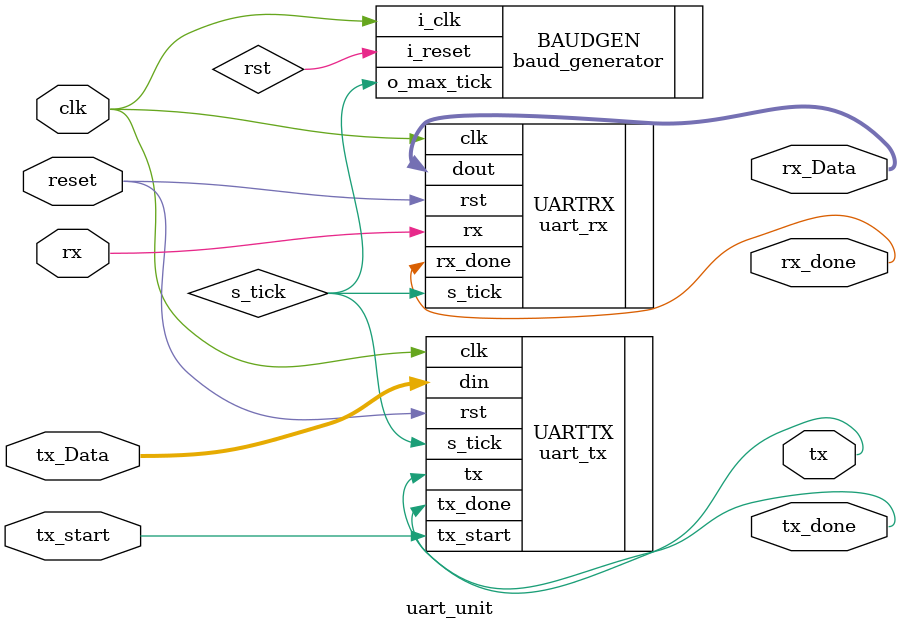
<source format=v>
`timescale 1ns / 1ps

module uart_unit    #(
    parameter   SB_TICK             =       16      ,   //TENGO QUE CAMBIAR ??
    parameter   BAUD_DIV            =       163     ,
    parameter   BAUD_SIZ            =       8       ,
    parameter   NBITS               =       32
)
(
    //  Entradas
    input   wire    clk         ,   reset       ,
                    rx          ,   tx_start    ,
    input   wire    [NBITS-1:0]     tx_Data     ,
    
    //  Salidas
    output  wire    tx          ,   tx_done     ,
                                    rx_done     ,
    output  wire    [NBITS-1:0]     rx_Data
);

    //  Señal auxiliar
    reg     s_tick      ;
    
    uart_tx         #(
        .DBIT               (NBITS)         ,
        .SB_TICK            (SB_TICK)
    )UARTTX
    (
        .clk                (clk)           ,
        .rst                (reset)         ,
        .tx_start           (tx_start)      ,
        .s_tick             (s_tick)        ,
        .din                (tx_Data)       ,
        .tx_done            (tx_done)       ,
        .tx                 (tx)
    );
    
    uart_rx         #(
        .DBIT               (NBITS)         ,
        .SB_TICK            (SB_TICK)
    )UARTRX
    (
        .clk                (clk)           ,
        .rst                (reset)         ,
        .s_tick             (s_tick)        ,
        .dout               (rx_Data)       ,
        .rx_done            (rx_done)       ,
        .rx                 (rx)
    );
    
    baud_generator  #(
        .N                  (BAUD_SIZ)      ,
        .M                  (BAUD_DIV)
    )BAUDGEN
    (
        .i_clk              (clk)           ,
        .i_reset            (rst)           ,
        .o_max_tick         (s_tick)
    );
    
endmodule

</source>
